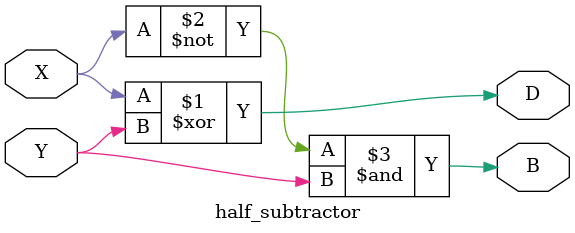
<source format=v>
module half_subtractor(input X, Y, output D, B);

assign D = X ^ Y;

assign B = ~X & Y;

endmodule
</source>
